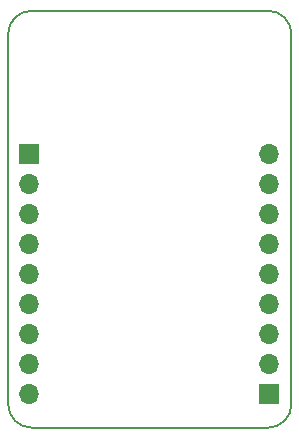
<source format=gbr>
G04 #@! TF.GenerationSoftware,KiCad,Pcbnew,5.1.6-c6e7f7d~86~ubuntu20.04.1*
G04 #@! TF.CreationDate,2020-05-17T01:15:33+03:00*
G04 #@! TF.ProjectId,BRK-SSOP-18-6x7.4-P0.8,42524b2d-5353-44f5-902d-31382d367837,v1.1*
G04 #@! TF.SameCoordinates,Original*
G04 #@! TF.FileFunction,Soldermask,Bot*
G04 #@! TF.FilePolarity,Negative*
%FSLAX46Y46*%
G04 Gerber Fmt 4.6, Leading zero omitted, Abs format (unit mm)*
G04 Created by KiCad (PCBNEW 5.1.6-c6e7f7d~86~ubuntu20.04.1) date 2020-05-17 01:15:33*
%MOMM*%
%LPD*%
G01*
G04 APERTURE LIST*
G04 #@! TA.AperFunction,Profile*
%ADD10C,0.150000*%
G04 #@! TD*
%ADD11O,1.700000X1.700000*%
%ADD12R,1.700000X1.700000*%
G04 APERTURE END LIST*
D10*
X53000000Y-83300000D02*
G75*
G02*
X51000000Y-81300000I0J2000000D01*
G01*
X75000000Y-81300000D02*
G75*
G02*
X73000000Y-83300000I-2000000J0D01*
G01*
X73000000Y-48000000D02*
G75*
G02*
X75000000Y-50000000I0J-2000000D01*
G01*
X51000000Y-50000000D02*
G75*
G02*
X53000000Y-48000000I2000000J0D01*
G01*
X73000000Y-83300000D02*
X53000000Y-83300000D01*
X75000000Y-50000000D02*
X75000000Y-81300000D01*
X53000000Y-48000000D02*
X73000000Y-48000000D01*
X51000000Y-81300000D02*
X51000000Y-50000000D01*
D11*
X73120000Y-60100000D03*
X73120000Y-62640000D03*
X73120000Y-65180000D03*
X73120000Y-67720000D03*
X73120000Y-70260000D03*
X73120000Y-72800000D03*
X73120000Y-75340000D03*
X73120000Y-77880000D03*
D12*
X73120000Y-80420000D03*
X52800000Y-60100000D03*
D11*
X52800000Y-62640000D03*
X52800000Y-65180000D03*
X52800000Y-67720000D03*
X52800000Y-70260000D03*
X52800000Y-72800000D03*
X52800000Y-75340000D03*
X52800000Y-77880000D03*
X52800000Y-80420000D03*
M02*

</source>
